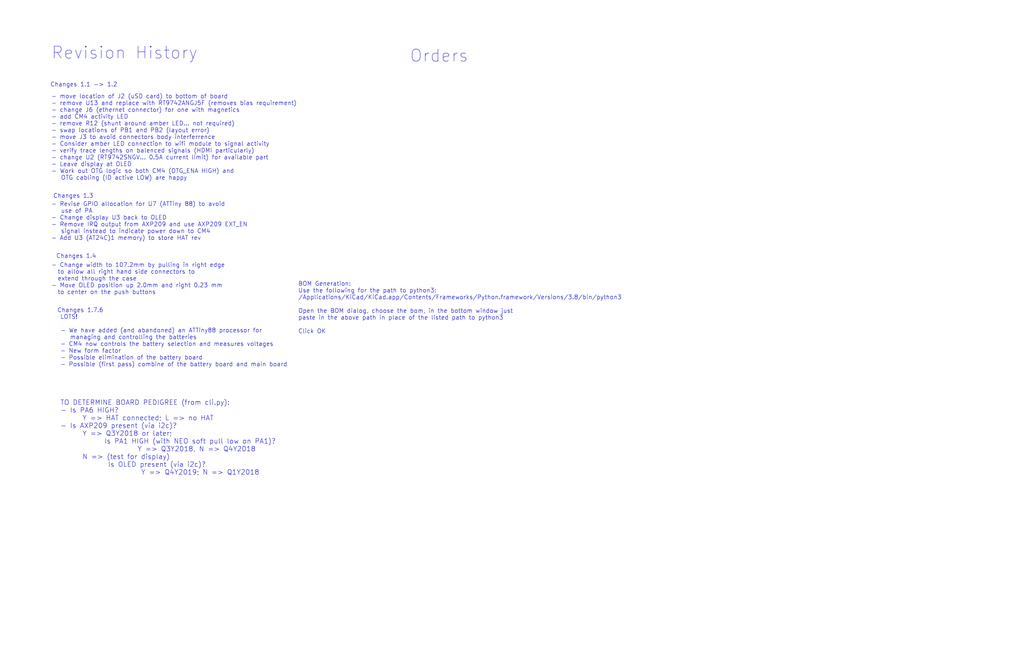
<source format=kicad_sch>
(kicad_sch (version 20211123) (generator eeschema)
  (paper "B")
  (title_block (title "ConnectBox CM4 for China Case") (date "2022-03-18") (rev "1.8.2") (comment 1 "JRA"))
  (lib_symbols)
  (text "Changes 1.7.6" (at 24.13 132.08 0) (effects (font (size 1.778 1.778)) (justify left bottom)))
  (text "Orders" (at 172.72 26.67 0) (effects (font (size 5.08 5.08)) (justify left bottom)))
  (text "Changes 1.3\n" (at 39.37 83.82 180) (effects (font (size 1.778 1.778)) (justify right bottom)))
  (text "BOM Generation:\nUse the following for the path to python3:\n/Applications/KiCad/KiCad.app/Contents/Frameworks/Python.framework/Versions/3.8/bin/python3\n\nOpen the BOM dialog, choose the bom, in the bottom window just \npaste in the above path in place of the listed path to python3\n\nClick OK " (at 125.73 140.97 0) (effects (font (size 1.778 1.778)) (justify left bottom)))
  (text "- move location of J2 (uSD card) to bottom of board\n- remove U13 and replace with RT9742ANGJ5F (removes bias requirement)\n- change J6 (ethernet connector) for one with magnetics\n- add CM4 activity LED\n- remove R12 (shunt around amber LED... not required)\n- swap locations of PB1 and PB2 (layout error)\n- move J3 to avoid connectors body interferrence\n- Consider amber LED connection to wifi module to signal activity\n- verify trace lengths on balenced signals (HDMI particularly)\n- change U2 (RT9742SNGV... 0.5A current limit) for available part\n- Leave display at OLED\n- Work out OTG logic so both CM4 (OTG_ENA HIGH) and\n   OTG cabling (ID active LOW) are happy\n" (at 21.59 76.2 0) (effects (font (size 1.778 1.778)) (justify left bottom)))
  (text "TO DETERMINE BOARD PEDIGREE (from cli.py):\n- Is PA6 HIGH? \n      Y => HAT connected; L => no HAT\n- Is AXP209 present (via i2c)? \n      Y => Q3Y2018 or later; \n            Is PA1 HIGH (with NEO soft pull low on PA1)? \n                     Y => Q3Y2018, N => Q4Y2018\n      N => (test for display)\n             Is OLED present (via i2c)? \n                      Y => Q4Y2019; N => Q1Y2018" (at 25.4 200.66 0) (effects (font (size 2.032 2.032)) (justify left bottom)))
  (text "LOTS!\n\n- We have added (and abandoned) an ATTiny88 processor for\n   managing and controlling the batteries\n- CM4 now controls the battery selection and measures voltages\n- New form factor\n- Possible elimination of the battery board\n- Possible (first pass) combine of the battery board and main board" (at 25.4 154.94 0) (effects (font (size 1.778 1.778)) (justify left bottom)))
  (text "Changes 1.4\n" (at 40.64 109.22 180) (effects (font (size 1.778 1.778)) (justify right bottom)))
  (text "Changes 1.1 -> 1.2\n" (at 49.53 36.83 180) (effects (font (size 1.778 1.778)) (justify right bottom)))
  (text "Revision History" (at 21.59 25.4 0) (effects (font (size 5.08 5.08)) (justify left bottom)))
  (text "- Change width to 107.2mm by pulling in right edge\n  to allow all right hand side connectors to \n  extend through the case\n- Move OLED position up 2.0mm and right 0.23 mm\n  to center on the push buttons\n" (at 21.59 124.46 0) (effects (font (size 1.778 1.778)) (justify left bottom)))
  (text "- Revise GPIO allocation for U7 (ATTiny 88) to avoid\n   use of PA\n- Change display U3 back to OLED\n- Remove IRQ output from AXP209 and use AXP209 EXT_EN\n   signal instead to indicate power down to CM4\n- Add U3 (AT24C)1 memory) to store HAT rev" (at 21.59 101.6 0) (effects (font (size 1.778 1.778)) (justify left bottom)))
)
</source>
